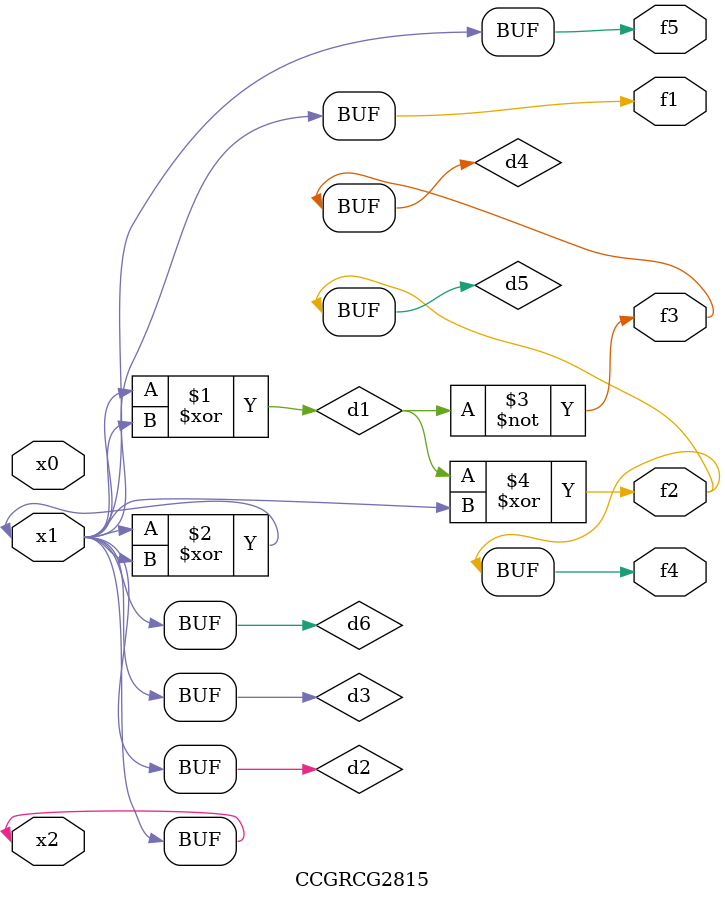
<source format=v>
module CCGRCG2815(
	input x0, x1, x2,
	output f1, f2, f3, f4, f5
);

	wire d1, d2, d3, d4, d5, d6;

	xor (d1, x1, x2);
	buf (d2, x1, x2);
	xor (d3, x1, x2);
	nor (d4, d1);
	xor (d5, d1, d2);
	buf (d6, d2, d3);
	assign f1 = d6;
	assign f2 = d5;
	assign f3 = d4;
	assign f4 = d5;
	assign f5 = d6;
endmodule

</source>
